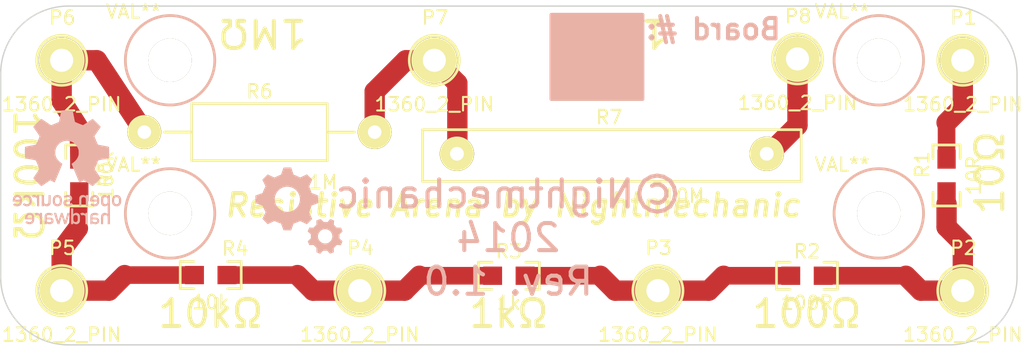
<source format=kicad_pcb>
(kicad_pcb (version 20221018) (generator pcbnew)
  (layers (0 "F.Cu" signal) (31 "B.Cu" signal) (34 "B.Paste" user) (35 "F.Paste" user) (36 "B.SilkS" user) (37 "F.SilkS" user) (38 "B.Mask" user) (39 "F.Mask" user) (44 "Edge.Cuts" user))
  (net 0 "")
  (net 1 "Net-(P1-Pad1)")
  (net 2 "Net-(P2-Pad1)")
  (net 3 "Net-(P3-Pad1)")
  (net 4 "Net-(P4-Pad1)")
  (net 5 "Net-(P5-Pad1)")
  (net 6 "Net-(P6-Pad1)")
  (net 7 "Net-(P7-Pad1)")
  (net 8 "Net-(P8-Pad1)")
  (footprint "Arena:KEYSTONE_1360_2" (layer "F.Cu") (at 63.5 36)
    (fp_text reference "P3" (at 0.05 -3.15) (layer "F.SilkS"))
    (fp_text value "1360_2_PIN" (at 0 3.25) (layer "F.SilkS"))
    (pad "1" thru_hole circle (at 0 0) (size 3.4 3.4) (drill 1.7) (layers "*.Cu" "*.Mask" "F.SilkS") (net 3 "Net-(P3-Pad1)"))
  )
  (footprint "Arena:KEYSTONE_1360_2" (layer "F.Cu") (at 41.5 36)
    (fp_text reference "P4" (at 0.05 -3.15) (layer "F.SilkS"))
    (fp_text value "1360_2_PIN" (at 0 3.25) (layer "F.SilkS"))
    (pad "1" thru_hole circle (at 0 0) (size 3.4 3.4) (drill 1.7) (layers "*.Cu" "*.Mask" "F.SilkS") (net 4 "Net-(P4-Pad1)"))
  )
  (footprint "Arena:KEYSTONE_1360_2" (layer "F.Cu") (at 19.5 36)
    (fp_text reference "P5" (at 0.05 -3.15) (layer "F.SilkS"))
    (fp_text value "1360_2_PIN" (at 0 3.25) (layer "F.SilkS"))
    (pad "1" thru_hole circle (at 0 0) (size 3.4 3.4) (drill 1.7) (layers "*.Cu" "*.Mask" "F.SilkS") (net 5 "Net-(P5-Pad1)"))
  )
  (footprint "Arena:KEYSTONE_1360_2" (layer "F.Cu") (at 19.5 19)
    (fp_text reference "P6" (at 0.05 -3.15) (layer "F.SilkS"))
    (fp_text value "1360_2_PIN" (at 0 3.25) (layer "F.SilkS"))
    (pad "1" thru_hole circle (at 0 0) (size 3.4 3.4) (drill 1.7) (layers "*.Cu" "*.Mask" "F.SilkS") (net 6 "Net-(P6-Pad1)"))
  )
  (footprint "Arena:KEYSTONE_1360_2" (layer "F.Cu") (at 47 19)
    (fp_text reference "P7" (at 0.05 -3.15) (layer "F.SilkS"))
    (fp_text value "1360_2_PIN" (at 0 3.25) (layer "F.SilkS"))
    (pad "1" thru_hole circle (at 0 0) (size 3.4 3.4) (drill 1.7) (layers "*.Cu" "*.Mask" "F.SilkS") (net 7 "Net-(P7-Pad1)"))
  )
  (footprint "Arena:0805_large" (layer "F.Cu") (at 84.8 27.5 -90)
    (fp_text reference "R1" (at -0.8 1.8 270) (layer "F.SilkS"))
    (fp_text value "10R" (at 0 -2 270) (layer "F.SilkS"))
    (pad "1" smd rect (at -1.2 0 270) (size 1.4 1.35) (layers "F.Cu" "F.Paste" "F.Mask") (net 1 "Net-(P1-Pad1)"))
    (pad "2" smd rect (at 1.2 0 270) (size 1.4 1.35) (layers "F.Cu" "F.Paste" "F.Mask") (net 2 "Net-(P2-Pad1)"))
  )
  (footprint "Arena:0805_large" (layer "F.Cu") (at 74.5 34.9 180)
    (fp_text reference "R2" (at 0 1.8 180) (layer "F.SilkS"))
    (fp_text value "100R" (at 0 -2 180) (layer "F.SilkS"))
    (pad "1" smd rect (at -1.2 0 180) (size 1.4 1.35) (layers "F.Cu" "F.Paste" "F.Mask") (net 2 "Net-(P2-Pad1)"))
    (pad "2" smd rect (at 1.2 0 180) (size 1.4 1.35) (layers "F.Cu" "F.Paste" "F.Mask") (net 3 "Net-(P3-Pad1)"))
  )
  (footprint "Arena:0805_large" (layer "F.Cu") (at 52.5 34.9 180)
    (fp_text reference "R3" (at 0 1.8 180) (layer "F.SilkS"))
    (fp_text value "1k" (at 0 -2 180) (layer "F.SilkS"))
    (pad "1" smd rect (at -1.2 0 180) (size 1.4 1.35) (layers "F.Cu" "F.Paste" "F.Mask") (net 3 "Net-(P3-Pad1)"))
    (pad "2" smd rect (at 1.2 0 180) (size 1.4 1.35) (layers "F.Cu" "F.Paste" "F.Mask") (net 4 "Net-(P4-Pad1)"))
  )
  (footprint "Arena:0805_large" (layer "F.Cu") (at 30.5 34.85 180)
    (fp_text reference "R4" (at -1.8 1.95 180) (layer "F.SilkS"))
    (fp_text value "10k" (at 0 -2 180) (layer "F.SilkS"))
    (pad "1" smd rect (at -1.2 0 180) (size 1.4 1.35) (layers "F.Cu" "F.Paste" "F.Mask") (net 4 "Net-(P4-Pad1)"))
    (pad "2" smd rect (at 1.2 0 180) (size 1.4 1.35) (layers "F.Cu" "F.Paste" "F.Mask") (net 5 "Net-(P5-Pad1)"))
  )
  (footprint "Arena:0805_large" (layer "F.Cu") (at 20.8 27.5 -90)
    (fp_text reference "R5" (at -0.1 -1.9 270) (layer "F.SilkS"))
    (fp_text value "100k" (at 0 -2 270) (layer "F.SilkS"))
    (pad "1" smd rect (at -1.2 0 270) (size 1.4 1.35) (layers "F.Cu" "F.Paste" "F.Mask") (net 6 "Net-(P6-Pad1)"))
    (pad "2" smd rect (at 1.2 0 270) (size 1.4 1.35) (layers "F.Cu" "F.Paste" "F.Mask") (net 5 "Net-(P5-Pad1)"))
  )
  (footprint "Arena:VISHAY_PTF65" (layer "F.Cu") (at 34.1 24.3 180)
    (fp_text reference "R6" (at 0 3 180) (layer "F.SilkS"))
    (fp_text value "1M" (at -4.7 -3.7 180) (layer "F.SilkS"))
    (pad "1" thru_hole circle (at -8.5 0 180) (size 2.5 2.5) (drill 1) (layers "*.Cu" "*.Mask" "F.SilkS") (net 7 "Net-(P7-Pad1)"))
    (pad "2" thru_hole circle (at 8.5 0 180) (size 2.5 2.5) (drill 1) (layers "*.Cu" "*.Mask" "F.SilkS") (net 6 "Net-(P6-Pad1)"))
  )
  (footprint "Arena:KEYSTONE_1360_2" (layer "F.Cu") (at 86 36)
    (fp_text reference "P2" (at 0.05 -3.15) (layer "F.SilkS"))
    (fp_text value "1360_2_PIN" (at 0 3.25) (layer "F.SilkS"))
    (pad "1" thru_hole circle (at 0 0) (size 3.4 3.4) (drill 1.7) (layers "*.Cu" "*.Mask" "F.SilkS") (net 2 "Net-(P2-Pad1)"))
  )
  (footprint "Arena:KEYSTONE_1360_2" (layer "F.Cu") (at 86 19)
    (fp_text reference "P1" (at 0.05 -3.15) (layer "F.SilkS"))
    (fp_text value "1360_2_PIN" (at 0 3.25) (layer "F.SilkS"))
    (pad "1" thru_hole circle (at 0 0) (size 3.4 3.4) (drill 1.7) (layers "*.Cu" "*.Mask" "F.SilkS") (net 1 "Net-(P1-Pad1)"))
  )
  (footprint "Arena:Mechanical_M3" (layer "F.Cu") (at 79.8 19)
    (fp_text reference "Mechanical_M3" hide)
    (fp_text value "VAL**" (at -2.7 -3.6) (layer "F.SilkS"))
    (pad "" thru_hole circle (at 0 0) (size 3.2 3.2) (drill 3.2) (layers "*.Cu" "*.Mask" "F.SilkS"))
  )
  (footprint "Arena:Mechanical_M3" (layer "F.Cu") (at 27.5 19)
    (fp_text reference "Mechanical_M3" hide)
    (fp_text value "VAL**" (at -2.7 -3.6) (layer "F.SilkS"))
    (pad "" thru_hole circle (at 0 0) (size 3.2 3.2) (drill 3.2) (layers "*.Cu" "*.Mask" "F.SilkS"))
  )
  (footprint "Arena:Mechanical_M3" (layer "F.Cu") (at 79.8 30.3)
    (fp_text reference "Mechanical_M3" hide)
    (fp_text value "VAL**" (at -2.7 -3.6) (layer "F.SilkS"))
    (pad "" thru_hole circle (at 0 0) (size 3.2 3.2) (drill 3.2) (layers "*.Cu" "*.Mask" "F.SilkS"))
  )
  (footprint "Arena:Mechanical_M3" (layer "F.Cu") (at 27.5 30.3)
    (fp_text reference "Mechanical_M3" hide)
    (fp_text value "VAL**" (at -2.7 -3.6) (layer "F.SilkS"))
    (pad "" thru_hole circle (at 0 0) (size 3.2 3.2) (drill 3.2) (layers "*.Cu" "*.Mask" "F.SilkS"))
  )
  (footprint "Arena:KEYSTONE_1360_2" (layer "F.Cu") (at 73.8 18.9)
    (fp_text reference "P8" (at 0.05 -3.15) (layer "F.SilkS"))
    (fp_text value "1360_2_PIN" (at 0 3.25) (layer "F.SilkS"))
    (pad "1" thru_hole circle (at 0 0) (size 3.4 3.4) (drill 1.7) (layers "*.Cu" "*.Mask" "F.SilkS") (net 8 "Net-(P8-Pad1)"))
  )
  (footprint "Arena:SLIM_MOX10403" (layer "F.Cu") (at 60.1 25.9 180)
    (fp_text reference "R7" (at 0.2 2.7 180) (layer "F.SilkS"))
    (fp_text value "10M" (at -5.3 -3.1 180) (layer "F.SilkS"))
    (pad "1" thru_hole circle (at -11.43 0 180) (size 2.54 2.54) (drill 1.016) (layers "*.Cu" "*.Mask" "F.SilkS") (net 8 "Net-(P8-Pad1)"))
    (pad "2" thru_hole circle (at 11.43 0 180) (size 2.54 2.54) (drill 1.016) (layers "*.Cu" "*.Mask" "F.SilkS") (net 7 "Net-(P7-Pad1)"))
  )
  (footprint "Logos:OSHW_F.SilkS_8mm_flipped" (layer "B.Cu") (at 19.9 26.9)
    (fp_text reference "VAL" hide)
    (fp_text value "REF" hide)
  )
  (footprint "Logos:Gears_F.SilkS_8mm_flipped" (layer "B.Cu") (at 37 30.1 180)
    (fp_text reference "VAL" hide)
    (fp_text value "REF" hide)
  )
  (gr_line (start 15 20) (end 15 35) (stroke (width 0.1)) (layer "Edge.Cuts"))
  (gr_arc (start 90 35) (mid 88.535534 38.535534) (end 85 40) (stroke (width 0.1)) (layer "Edge.Cuts"))
  (gr_arc (start 15 20) (mid 16.464466 16.464466) (end 20 15) (stroke (width 0.1)) (layer "Edge.Cuts"))
  (gr_line (start 20 40) (end 85 40) (stroke (width 0.1)) (layer "Edge.Cuts"))
  (gr_line (start 85 15) (end 20 15) (stroke (width 0.1)) (layer "Edge.Cuts"))
  (gr_line (start 90 35) (end 90 20) (stroke (width 0.1)) (layer "Edge.Cuts"))
  (gr_arc (start 85 15) (mid 88.535534 16.464466) (end 90 20) (stroke (width 0.1)) (layer "Edge.Cuts"))
  (gr_arc (start 20 40) (mid 16.464466 38.535534) (end 15 35) (stroke (width 0.1)) (layer "Edge.Cuts"))
  (gr_text "©Nightmechanic\n2014\nRev. 1.0" (at 52.45 32.1) (layer "B.SilkS") (effects (font (size 2 2) (thickness 0.3)) (justify mirror)))
  (gr_text "Board #:" (at 67.6 16.7) (layer "B.SilkS") (effects (font (size 1.5 1.5) (thickness 0.3)) (justify mirror)))
  (gr_text "10Ω" (at 88 27.3 90) (layer "F.SilkS") (effects (font (size 2 2) (thickness 0.3))))
  (gr_text "1kΩ" (at 52.5 37.7) (layer "F.SilkS") (effects (font (size 2 2) (thickness 0.3))))
  (gr_text "10MΩ" (at 60 17 180) (layer "F.SilkS") (effects (font (size 2 2) (thickness 0.3))))
  (gr_text "10kΩ" (at 30.5 37.7) (layer "F.SilkS") (effects (font (size 2 2) (thickness 0.3))))
  (gr_text "100kΩ" (at 17 27.5 270) (layer "F.SilkS") (effects (font (size 2 2) (thickness 0.3))))
  (gr_text "100Ω" (at 74.5 37.7) (layer "F.SilkS") (effects (font (size 2 2) (thickness 0.3))))
  (gr_text "1MΩ" (at 34.3 17 180) (layer "F.SilkS") (effects (font (size 2 2) (thickness 0.3))))
  (gr_text "Resistive Arena by Nightmechanic" (at 52.8 29.7) (layer "F.SilkS") (effects (font (size 1.65 1.65) (thickness 0.3) italic)))
  (segment (start 86 22.4) (end 84.8 23.6) (width 1.5) (layer "F.Cu") (net 1))
  (segment (start 84.8 23.6) (end 84.8 26.3) (width 1.3) (layer "F.Cu") (net 1))
  (segment (start 86 19) (end 86 22.4) (width 1.5) (layer "F.Cu") (net 1))
  (segment (start 84.8 31.3) (end 86 32.5) (width 1.5) (layer "F.Cu") (net 2))
  (segment (start 86 32.5) (end 86 36) (width 1.5) (layer "F.Cu") (net 2))
  (segment (start 82.9 36) (end 81.8 34.9) (width 1.5) (layer "F.Cu") (net 2))
  (segment (start 81.8 34.9) (end 75.7 34.9) (width 1.3) (layer "F.Cu") (net 2))
  (segment (start 84.8 29.6) (end 84.8 31.3) (width 1.5) (layer "F.Cu") (net 2))
  (segment (start 84.8 28.7) (end 84.8 29.6) (width 1.3) (layer "F.Cu") (net 2))
  (segment (start 86 36) (end 82.9 36) (width 1.5) (layer "F.Cu") (net 2))
  (segment (start 67.25 36) (end 68.35 34.9) (width 1.5) (layer "F.Cu") (net 3))
  (segment (start 68.35 34.9) (end 73.3 34.9) (width 1.3) (layer "F.Cu") (net 3))
  (segment (start 60.35 36) (end 59.25 34.9) (width 1.5) (layer "F.Cu") (net 3))
  (segment (start 59.25 34.9) (end 53.7 34.9) (width 1.3) (layer "F.Cu") (net 3))
  (segment (start 63.5 36) (end 60.35 36) (width 1.5) (layer "F.Cu") (net 3))
  (segment (start 63.5 36) (end 67.25 36) (width 1.5) (layer "F.Cu") (net 3))
  (segment (start 44.8 36) (end 45.9 34.9) (width 1.5) (layer "F.Cu") (net 4))
  (segment (start 45.9 34.9) (end 51.3 34.9) (width 1.3) (layer "F.Cu") (net 4))
  (segment (start 38.05 36) (end 36.9 34.85) (width 1.5) (layer "F.Cu") (net 4))
  (segment (start 36.9 34.85) (end 31.7 34.85) (width 1.3) (layer "F.Cu") (net 4))
  (segment (start 41.5 36) (end 38.05 36) (width 1.5) (layer "F.Cu") (net 4))
  (segment (start 41.5 36) (end 44.8 36) (width 1.5) (layer "F.Cu") (net 4))
  (segment (start 19.5 33) (end 20.7 31.4) (width 1.5) (layer "F.Cu") (net 5))
  (segment (start 20.7 31.4) (end 20.8 28.7) (width 1.3) (layer "F.Cu") (net 5))
  (segment (start 23 36) (end 24.15 34.85) (width 1.5) (layer "F.Cu") (net 5))
  (segment (start 24.15 34.85) (end 29.3 34.85) (width 1.3) (layer "F.Cu") (net 5))
  (segment (start 19.5 36) (end 19.5 33) (width 1.5) (layer "F.Cu") (net 5))
  (segment (start 19.5 36) (end 23 36) (width 1.5) (layer "F.Cu") (net 5))
  (segment (start 20.7 23.9) (end 19.5 22) (width 1.5) (layer "F.Cu") (net 6))
  (segment (start 19.5 22) (end 19.5 19) (width 1.5) (layer "F.Cu") (net 6))
  (segment (start 22.1 19) (end 25.6 24.3) (width 1.5) (layer "F.Cu") (net 6))
  (segment (start 20.8 26.3) (end 20.7 23.9) (width 1.3) (layer "F.Cu") (net 6))
  (segment (start 19.5 19) (end 22.1 19) (width 1.5) (layer "F.Cu") (net 6))
  (segment (start 44.9 19) (end 42.6 21.3) (width 1.5) (layer "F.Cu") (net 7))
  (segment (start 42.6 21.3) (end 42.6 24.3) (width 1.5) (layer "F.Cu") (net 7))
  (segment (start 48.7 20.7) (end 48.7 25.87) (width 1.5) (layer "F.Cu") (net 7))
  (segment (start 48.7 25.87) (end 48.67 25.9) (width 1.5) (layer "F.Cu") (net 7))
  (segment (start 47 19) (end 44.9 19) (width 1.5) (layer "F.Cu") (net 7))
  (segment (start 47 19) (end 48.7 20.7) (width 1.5) (layer "F.Cu") (net 7))
  (segment (start 71.7 25.9) (end 73.8 23.8) (width 1.5) (layer "F.Cu") (net 8))
  (segment (start 73.8 23.8) (end 73.8 18.9) (width 1.5) (layer "F.Cu") (net 8))
  (segment (start 71.53 25.9) (end 71.7 25.9) (width 1.5) (layer "F.Cu") (net 8))
  (zone (net 0) (net_name "") (layer "B.SilkS") (connect_pads (clearance 0.508)) (min_thickness 0.254) (fill yes (thermal_gap 0.508) (thermal_bridge_width 0.508))
    (polygon (pts (xy 62.5 22) (xy 55.5 22) (xy 55.5 15.5) (xy 62.5 15.5)))
  )
)
</source>
